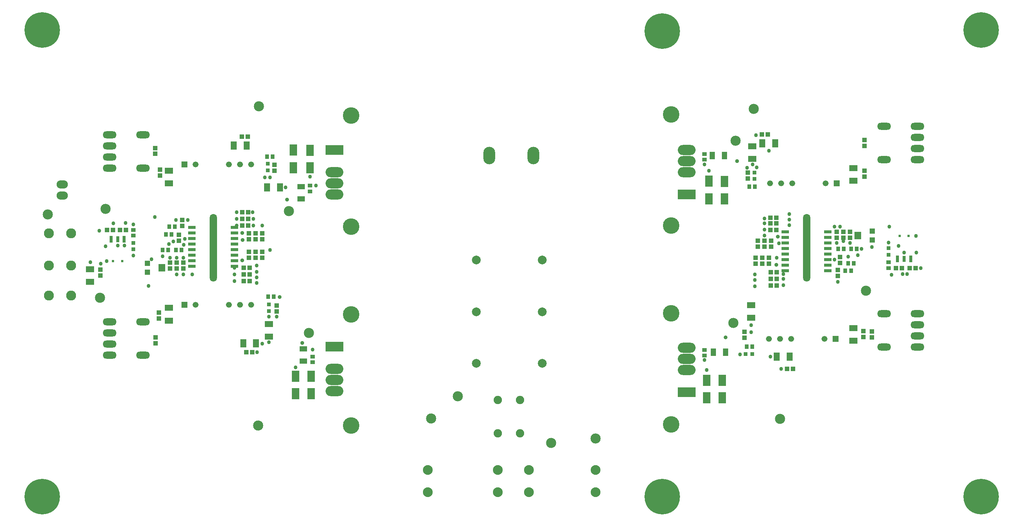
<source format=gts>
G04*
G04 #@! TF.GenerationSoftware,Altium Limited,Altium Designer,21.1.1 (26)*
G04*
G04 Layer_Color=8388736*
%FSLAX25Y25*%
%MOIN*%
G70*
G04*
G04 #@! TF.SameCoordinates,3677F01D-BDC3-49B7-9324-C1A4C2B8551F*
G04*
G04*
G04 #@! TF.FilePolarity,Negative*
G04*
G01*
G75*
%ADD37R,0.04331X0.03937*%
%ADD38R,0.04134X0.03740*%
%ADD39R,0.03740X0.04134*%
%ADD40R,0.03937X0.04331*%
G04:AMPARAMS|DCode=41|XSize=27.56mil|YSize=68.9mil|CornerRadius=3.98mil|HoleSize=0mil|Usage=FLASHONLY|Rotation=270.000|XOffset=0mil|YOffset=0mil|HoleType=Round|Shape=RoundedRectangle|*
%AMROUNDEDRECTD41*
21,1,0.02756,0.06095,0,0,270.0*
21,1,0.01961,0.06890,0,0,270.0*
1,1,0.00795,-0.03047,-0.00980*
1,1,0.00795,-0.03047,0.00980*
1,1,0.00795,0.03047,0.00980*
1,1,0.00795,0.03047,-0.00980*
%
%ADD41ROUNDEDRECTD41*%
%ADD42R,0.07087X0.10236*%
%ADD43R,0.07480X0.05512*%
%ADD44R,0.05512X0.07480*%
%ADD45R,0.03543X0.03543*%
%ADD46R,0.02559X0.05512*%
%ADD47R,0.02638X0.05906*%
%ADD48R,0.05118X0.05118*%
%ADD49R,0.06299X0.06693*%
%ADD50R,0.03543X0.03543*%
%ADD51R,0.02362X0.02362*%
%ADD52R,0.06890X0.05118*%
%ADD53R,0.05118X0.06890*%
%ADD54O,0.12394X0.06394*%
%ADD55R,0.15984X0.09016*%
%ADD56O,0.15984X0.09016*%
%ADD57C,0.09094*%
%ADD58C,0.31890*%
%ADD59C,0.14905*%
%ADD60C,0.08957*%
%ADD61C,0.07480*%
%ADD62O,0.10630X0.15748*%
%ADD63C,0.07874*%
%ADD64C,0.05236*%
%ADD65R,0.05236X0.05236*%
%ADD66C,0.08839*%
%ADD67O,0.10236X0.07284*%
%ADD68O,0.06500X0.61000*%
%ADD69C,0.03394*%
%ADD70C,0.03594*%
D37*
X760000Y343400D02*
D03*
Y348715D02*
D03*
X736000Y226185D02*
D03*
Y231500D02*
D03*
X652000Y170500D02*
D03*
Y175815D02*
D03*
X766900Y176315D02*
D03*
Y171000D02*
D03*
X760000Y315500D02*
D03*
Y320815D02*
D03*
X655000Y313843D02*
D03*
Y319158D02*
D03*
X759000Y171185D02*
D03*
Y176500D02*
D03*
X735000Y265815D02*
D03*
Y260500D02*
D03*
X741000Y265815D02*
D03*
Y260500D02*
D03*
X664000Y252500D02*
D03*
Y257815D02*
D03*
X670000Y252500D02*
D03*
Y257815D02*
D03*
X676000Y252500D02*
D03*
Y257815D02*
D03*
X747000Y265815D02*
D03*
Y260500D02*
D03*
X738000Y237842D02*
D03*
Y243158D02*
D03*
X662000Y237185D02*
D03*
Y242500D02*
D03*
X668000Y237185D02*
D03*
Y242500D02*
D03*
X674000Y237185D02*
D03*
Y242500D02*
D03*
X122000Y165685D02*
D03*
Y171000D02*
D03*
X72400Y226443D02*
D03*
Y231757D02*
D03*
X231000Y194185D02*
D03*
Y199500D02*
D03*
X126000Y316500D02*
D03*
Y321815D02*
D03*
X229000Y321004D02*
D03*
Y326319D02*
D03*
X146000Y276500D02*
D03*
X143000Y257842D02*
D03*
X135000Y238158D02*
D03*
X141000D02*
D03*
X147000D02*
D03*
X125000Y187843D02*
D03*
Y193157D02*
D03*
X141000Y232842D02*
D03*
X147000D02*
D03*
X135000D02*
D03*
X143000Y263158D02*
D03*
X146000Y271185D02*
D03*
X218000Y242500D02*
D03*
Y247815D02*
D03*
X212000Y242500D02*
D03*
Y247815D02*
D03*
X206000Y242500D02*
D03*
Y247815D02*
D03*
Y259185D02*
D03*
Y264500D02*
D03*
X212000Y259185D02*
D03*
Y264500D02*
D03*
X218000Y259185D02*
D03*
Y264500D02*
D03*
X121800Y341415D02*
D03*
Y336100D02*
D03*
D38*
X263500Y148441D02*
D03*
Y153559D02*
D03*
X261000Y302382D02*
D03*
Y307500D02*
D03*
X781800Y238518D02*
D03*
Y233400D02*
D03*
X102000Y267618D02*
D03*
Y262500D02*
D03*
X616000Y154500D02*
D03*
Y159618D02*
D03*
Y330941D02*
D03*
Y336059D02*
D03*
D39*
X736441Y250500D02*
D03*
X741559D02*
D03*
X753118D02*
D03*
X748000D02*
D03*
Y230842D02*
D03*
X742882D02*
D03*
X750559Y237500D02*
D03*
X745441D02*
D03*
X659118Y162500D02*
D03*
X654000D02*
D03*
X661559Y306500D02*
D03*
X656441D02*
D03*
X227559Y333500D02*
D03*
X222441D02*
D03*
X128441Y249500D02*
D03*
X133559D02*
D03*
X145559D02*
D03*
X140441D02*
D03*
X131441Y263500D02*
D03*
X136559D02*
D03*
X134441Y270500D02*
D03*
X139559D02*
D03*
X228559Y207500D02*
D03*
X223441D02*
D03*
D40*
X793800Y233400D02*
D03*
X788485D02*
D03*
X800800D02*
D03*
X806115D02*
D03*
X690343Y142500D02*
D03*
X695657D02*
D03*
X667685Y353500D02*
D03*
X673000D02*
D03*
X675343Y273500D02*
D03*
X680657D02*
D03*
X675343Y278500D02*
D03*
X680657D02*
D03*
X675343Y267500D02*
D03*
X680657D02*
D03*
X681000Y217500D02*
D03*
X675685D02*
D03*
X681000Y223500D02*
D03*
X675685D02*
D03*
X681000Y229500D02*
D03*
X675685D02*
D03*
X203685Y157500D02*
D03*
X209000D02*
D03*
X199685Y351500D02*
D03*
X205000D02*
D03*
X83657Y267500D02*
D03*
X95315D02*
D03*
X78342D02*
D03*
X90000D02*
D03*
X201343Y221500D02*
D03*
X206658D02*
D03*
X201343Y227500D02*
D03*
X206658D02*
D03*
X201343Y233500D02*
D03*
X206658D02*
D03*
X205315Y271500D02*
D03*
X200000D02*
D03*
X205315Y283500D02*
D03*
X200000D02*
D03*
X205315Y277500D02*
D03*
X200000D02*
D03*
D41*
X727193Y246000D02*
D03*
X688807Y266000D02*
D03*
Y261000D02*
D03*
Y256000D02*
D03*
Y251000D02*
D03*
Y246000D02*
D03*
Y241000D02*
D03*
Y236000D02*
D03*
Y231000D02*
D03*
X727193Y266000D02*
D03*
Y261000D02*
D03*
Y256000D02*
D03*
Y251000D02*
D03*
Y241000D02*
D03*
Y236000D02*
D03*
Y231000D02*
D03*
X154807Y255000D02*
D03*
X193193Y235000D02*
D03*
Y240000D02*
D03*
Y245000D02*
D03*
Y250000D02*
D03*
Y255000D02*
D03*
Y260000D02*
D03*
Y265000D02*
D03*
Y270000D02*
D03*
X154807Y235000D02*
D03*
Y240000D02*
D03*
Y245000D02*
D03*
Y250000D02*
D03*
Y260000D02*
D03*
Y265000D02*
D03*
Y270000D02*
D03*
D42*
X262000Y120252D02*
D03*
Y136000D02*
D03*
X248000Y120252D02*
D03*
Y136000D02*
D03*
X634000Y295626D02*
D03*
Y311374D02*
D03*
X261000Y339248D02*
D03*
Y323500D02*
D03*
X246000Y339500D02*
D03*
Y323752D02*
D03*
X632000Y132248D02*
D03*
Y116500D02*
D03*
X618000Y132248D02*
D03*
Y116500D02*
D03*
X620000Y311500D02*
D03*
Y295752D02*
D03*
D43*
X750000Y179209D02*
D03*
Y167791D02*
D03*
X658000Y188500D02*
D03*
Y199917D02*
D03*
X750000Y311791D02*
D03*
Y323209D02*
D03*
X659000Y331500D02*
D03*
Y342917D02*
D03*
X224000Y171500D02*
D03*
Y182917D02*
D03*
X134000Y320917D02*
D03*
Y309500D02*
D03*
X63250Y232209D02*
D03*
Y220791D02*
D03*
X134000Y186083D02*
D03*
Y197500D02*
D03*
D44*
X692709Y153500D02*
D03*
X681291D02*
D03*
X679709Y345500D02*
D03*
X668291D02*
D03*
X212417Y165500D02*
D03*
X201000D02*
D03*
X204000Y343500D02*
D03*
X192583D02*
D03*
X222583Y306000D02*
D03*
X234000D02*
D03*
D45*
X653094Y156000D02*
D03*
X659000D02*
D03*
D46*
X795800Y241593D02*
D03*
X88000Y259307D02*
D03*
D47*
X789894Y241593D02*
D03*
X801705D02*
D03*
X82095Y259307D02*
D03*
X93906D02*
D03*
D48*
X767000Y266500D02*
D03*
Y258626D02*
D03*
X114913Y237437D02*
D03*
Y229563D02*
D03*
D49*
X754205Y262563D02*
D03*
X127709Y233500D02*
D03*
D50*
X781800Y251306D02*
D03*
Y245400D02*
D03*
X661000Y319406D02*
D03*
Y313500D02*
D03*
X224000Y200453D02*
D03*
Y194547D02*
D03*
X223000Y327102D02*
D03*
Y321197D02*
D03*
X102000Y256059D02*
D03*
Y250153D02*
D03*
D51*
X791666Y262400D02*
D03*
X799934D02*
D03*
X83866Y239500D02*
D03*
X92134D02*
D03*
D52*
X253000Y306500D02*
D03*
Y295476D02*
D03*
X255000Y160524D02*
D03*
Y149500D02*
D03*
D53*
X634024Y334500D02*
D03*
X623000D02*
D03*
X635000Y157500D02*
D03*
X623976D02*
D03*
D54*
X110800Y184800D02*
D03*
Y154800D02*
D03*
X80800D02*
D03*
Y164800D02*
D03*
Y174800D02*
D03*
Y184800D02*
D03*
Y353200D02*
D03*
Y343200D02*
D03*
Y333200D02*
D03*
Y323200D02*
D03*
X110800D02*
D03*
Y353200D02*
D03*
X777900Y330774D02*
D03*
Y360774D02*
D03*
X807900D02*
D03*
Y350774D02*
D03*
Y340774D02*
D03*
Y330774D02*
D03*
X777700Y162374D02*
D03*
Y192374D02*
D03*
X807700D02*
D03*
Y182374D02*
D03*
Y172374D02*
D03*
Y162374D02*
D03*
D55*
X600000Y299500D02*
D03*
Y121500D02*
D03*
X283000Y339500D02*
D03*
Y162500D02*
D03*
D56*
X600000Y329500D02*
D03*
Y339500D02*
D03*
Y319500D02*
D03*
Y151500D02*
D03*
Y161500D02*
D03*
Y141500D02*
D03*
X283000Y319500D02*
D03*
Y299500D02*
D03*
Y309500D02*
D03*
Y142500D02*
D03*
Y122500D02*
D03*
Y132500D02*
D03*
D57*
X518000Y80000D02*
D03*
X394000Y118000D02*
D03*
X370000Y98000D02*
D03*
X478000Y76000D02*
D03*
X642000Y184000D02*
D03*
X644000Y348000D02*
D03*
X242000Y284500D02*
D03*
X260000Y175000D02*
D03*
X25000Y281500D02*
D03*
X761500Y212800D02*
D03*
X72000Y206500D02*
D03*
X77000Y286500D02*
D03*
X215000Y379000D02*
D03*
X684000Y97500D02*
D03*
X214500Y91500D02*
D03*
X660500Y376500D02*
D03*
D58*
X865000Y447500D02*
D03*
X578000Y27500D02*
D03*
Y446500D02*
D03*
X865000Y27500D02*
D03*
X20000Y447500D02*
D03*
Y27500D02*
D03*
D59*
X298000Y91500D02*
D03*
Y191500D02*
D03*
Y270500D02*
D03*
Y370500D02*
D03*
X586000Y271500D02*
D03*
Y371500D02*
D03*
Y192500D02*
D03*
Y92500D02*
D03*
D60*
X26000Y208500D02*
D03*
X46000D02*
D03*
X26000Y235500D02*
D03*
X46000D02*
D03*
X26000Y264500D02*
D03*
X46000D02*
D03*
D61*
X450000Y84500D02*
D03*
X430000D02*
D03*
Y114500D02*
D03*
X450000D02*
D03*
D62*
X462000Y334500D02*
D03*
X422630D02*
D03*
D63*
X410945Y240500D02*
D03*
X470000D02*
D03*
X410945Y147500D02*
D03*
X470000D02*
D03*
X410945Y194000D02*
D03*
X470000D02*
D03*
D64*
X695000Y309658D02*
D03*
X675000D02*
D03*
X685000D02*
D03*
X725000D02*
D03*
X694000Y169500D02*
D03*
X674000D02*
D03*
X684000D02*
D03*
X724000D02*
D03*
X158000Y326500D02*
D03*
Y200342D02*
D03*
X198000Y326500D02*
D03*
X208000D02*
D03*
X188000D02*
D03*
X198000Y200342D02*
D03*
X208000D02*
D03*
X188000D02*
D03*
D65*
X735000Y309658D02*
D03*
X734000Y169500D02*
D03*
X148000Y326500D02*
D03*
Y200342D02*
D03*
D66*
X518000Y51500D02*
D03*
Y31500D02*
D03*
X367000Y51500D02*
D03*
Y31500D02*
D03*
X458000Y51500D02*
D03*
Y31500D02*
D03*
X430000Y51500D02*
D03*
Y31500D02*
D03*
D67*
X38000Y298500D02*
D03*
Y308500D02*
D03*
D68*
X708000Y251500D02*
D03*
X174000D02*
D03*
D69*
X95000Y274000D02*
D03*
X102000Y272500D02*
D03*
X84000Y273500D02*
D03*
X121300Y279400D02*
D03*
X63400Y238500D02*
D03*
X782600Y270500D02*
D03*
X795900Y247200D02*
D03*
X766900Y252400D02*
D03*
X790800Y253400D02*
D03*
X781800Y256400D02*
D03*
X115700Y217200D02*
D03*
X148400Y259700D02*
D03*
X147500Y254400D02*
D03*
X263500Y160000D02*
D03*
X213000Y220000D02*
D03*
Y225000D02*
D03*
Y230000D02*
D03*
Y235500D02*
D03*
X754000Y245000D02*
D03*
X745500Y243500D02*
D03*
X193000Y221500D02*
D03*
Y227500D02*
D03*
X663000Y324000D02*
D03*
X784300Y227400D02*
D03*
X741000Y257445D02*
D03*
X733000Y241000D02*
D03*
X738000Y270500D02*
D03*
X733000D02*
D03*
X757500Y250500D02*
D03*
X736000Y221000D02*
D03*
X747000Y256000D02*
D03*
X735000D02*
D03*
X661500Y217000D02*
D03*
Y222500D02*
D03*
Y227500D02*
D03*
X687000Y228000D02*
D03*
Y218000D02*
D03*
Y223500D02*
D03*
X681000Y242500D02*
D03*
X658000Y182000D02*
D03*
X618000Y141500D02*
D03*
X616000Y150500D02*
D03*
X685000Y142500D02*
D03*
X675500Y153500D02*
D03*
X648000Y155500D02*
D03*
X658000Y175500D02*
D03*
X670000Y262500D02*
D03*
Y268000D02*
D03*
X620000Y321000D02*
D03*
X692500Y282000D02*
D03*
Y277000D02*
D03*
X683000Y255500D02*
D03*
X670000Y273500D02*
D03*
Y278000D02*
D03*
X692500Y272000D02*
D03*
X616000Y326500D02*
D03*
X654500Y323500D02*
D03*
X659500Y326500D02*
D03*
X674000Y339000D02*
D03*
X662500Y353000D02*
D03*
X248000Y144000D02*
D03*
X225000Y249500D02*
D03*
X193000Y233500D02*
D03*
X224000Y166500D02*
D03*
Y189500D02*
D03*
X231000D02*
D03*
X218209Y165250D02*
D03*
X213500Y157500D02*
D03*
X266500Y307500D02*
D03*
X261000Y315500D02*
D03*
X239000Y306000D02*
D03*
X225000Y315000D02*
D03*
X220500D02*
D03*
X195000Y271500D02*
D03*
Y277500D02*
D03*
Y283500D02*
D03*
X218000Y271500D02*
D03*
X210000D02*
D03*
Y277500D02*
D03*
X209500Y283500D02*
D03*
X118309Y241320D02*
D03*
X147000Y227500D02*
D03*
X141000D02*
D03*
X134000Y255000D02*
D03*
X155000Y227500D02*
D03*
X94000Y253500D02*
D03*
X135000Y242500D02*
D03*
X102000Y244500D02*
D03*
X140500Y276500D02*
D03*
X151000D02*
D03*
X138000Y257343D02*
D03*
X147000Y242500D02*
D03*
X141000D02*
D03*
X128500Y244000D02*
D03*
X88000Y253500D02*
D03*
X798300Y227900D02*
D03*
X794300D02*
D03*
X810800Y233400D02*
D03*
X806800Y247400D02*
D03*
X806300Y262400D02*
D03*
X78000Y239500D02*
D03*
X77000Y253000D02*
D03*
X72700Y237100D02*
D03*
X71500Y267000D02*
D03*
D70*
X233900Y207300D02*
D03*
X200100Y265000D02*
D03*
X200000Y240200D02*
D03*
X200500Y258500D02*
D03*
X680794Y236294D02*
D03*
X635000Y171000D02*
D03*
X645500Y329500D02*
D03*
X682000Y261500D02*
D03*
X254000Y166000D02*
D03*
X240500Y295000D02*
D03*
M02*

</source>
